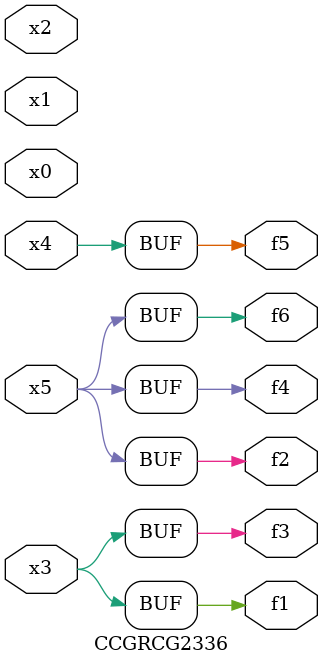
<source format=v>
module CCGRCG2336(
	input x0, x1, x2, x3, x4, x5,
	output f1, f2, f3, f4, f5, f6
);
	assign f1 = x3;
	assign f2 = x5;
	assign f3 = x3;
	assign f4 = x5;
	assign f5 = x4;
	assign f6 = x5;
endmodule

</source>
